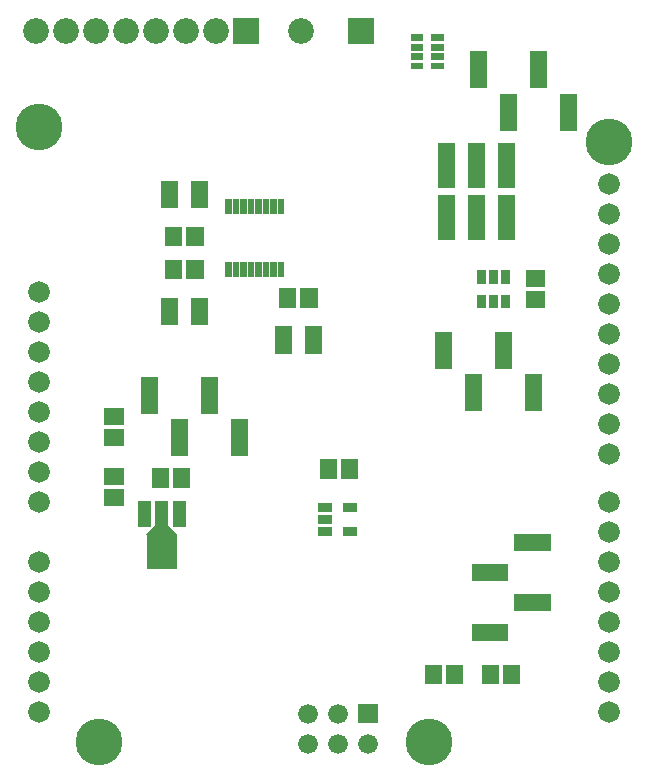
<source format=gbr>
G04 start of page 6 for group -4063 idx -4063 *
G04 Title: (unknown), componentmask *
G04 Creator: pcb 20140316 *
G04 CreationDate: Sun 31 Mar 2019 02:17:40 PM GMT UTC *
G04 For: railfan *
G04 Format: Gerber/RS-274X *
G04 PCB-Dimensions (mil): 2100.00 2700.00 *
G04 PCB-Coordinate-Origin: lower left *
%MOIN*%
%FSLAX25Y25*%
%LNTOPMASK*%
%ADD65R,0.0300X0.0300*%
%ADD64R,0.0225X0.0225*%
%ADD63R,0.0550X0.0550*%
%ADD62R,0.1005X0.1005*%
%ADD61R,0.0438X0.0438*%
%ADD60R,0.0572X0.0572*%
%ADD59R,0.0227X0.0227*%
%ADD58R,0.0560X0.0560*%
%ADD57C,0.0860*%
%ADD56C,0.0001*%
%ADD55C,0.0660*%
%ADD54C,0.1560*%
%ADD53C,0.0720*%
G54D53*X200000Y20000D03*
Y30000D03*
Y40000D03*
Y50000D03*
Y60000D03*
Y70000D03*
G54D54*X140000Y10000D03*
G54D55*X119803Y9449D03*
X109803D03*
X99803D03*
G54D56*G36*
X116503Y22749D02*Y16149D01*
X123103D01*
Y22749D01*
X116503D01*
G37*
G54D55*X109803Y19449D03*
X99803D03*
G54D53*X10000Y130000D03*
Y120000D03*
Y110000D03*
Y100000D03*
Y90000D03*
Y70000D03*
Y60000D03*
Y50000D03*
Y40000D03*
Y30000D03*
Y20000D03*
G54D54*X30000Y10000D03*
G54D53*X200000Y80000D03*
Y90000D03*
Y106000D03*
Y116000D03*
Y126000D03*
Y136000D03*
Y146000D03*
Y156000D03*
Y166000D03*
Y176000D03*
Y186000D03*
Y196000D03*
G54D54*Y210000D03*
G54D53*X10000Y160000D03*
Y150000D03*
Y140000D03*
G54D54*Y215000D03*
G54D57*X59000Y247000D03*
X49000D03*
X39000D03*
X29000D03*
X19000D03*
X9000D03*
G54D56*G36*
X113200Y251300D02*Y242700D01*
X121800D01*
Y251300D01*
X113200D01*
G37*
G36*
X74700D02*Y242700D01*
X83300D01*
Y251300D01*
X74700D01*
G37*
G54D57*X69000Y247000D03*
X97500D03*
G54D58*X156500Y237413D02*Y230760D01*
X186500Y223240D02*Y216587D01*
X176500Y237413D02*Y230760D01*
X166500Y223240D02*Y216587D01*
G54D59*X135217Y244724D02*X137087D01*
X135217Y241575D02*X137087D01*
X135217Y238425D02*X137087D01*
X135217Y235276D02*X137087D01*
X141913D02*X143783D01*
X141913Y238425D02*X143783D01*
X141913Y241575D02*X143783D01*
X141913Y244724D02*X143783D01*
G54D60*X57543Y98393D02*Y97607D01*
G54D61*X56906Y87984D02*Y83890D01*
G54D60*X50457Y98393D02*Y97607D01*
G54D61*X51000Y87984D02*Y76174D01*
G54D62*Y74440D02*Y72550D01*
G54D56*G36*
X52885Y82429D02*X56149Y79165D01*
X54305Y77321D01*
X51041Y80585D01*
X52885Y82429D01*
G37*
G36*
X45851Y79165D02*X49115Y82429D01*
X50959Y80585D01*
X47695Y77321D01*
X45851Y79165D01*
G37*
G54D61*X45094Y87984D02*Y83890D01*
G54D60*X34607Y98543D02*X35393D01*
X34607Y91457D02*X35393D01*
X34607Y111414D02*X35393D01*
X34607Y118500D02*X35393D01*
G54D58*X47000Y128913D02*Y122260D01*
X57000Y114740D02*Y108087D01*
X77000Y114740D02*Y108087D01*
X67000Y128913D02*Y122260D01*
G54D60*X62043Y178893D02*Y178107D01*
X54957Y178893D02*Y178107D01*
G54D63*X63500Y194300D02*Y190700D01*
X53500Y194300D02*Y190700D01*
G54D60*X62043Y167893D02*Y167107D01*
X54957Y167893D02*Y167107D01*
G54D63*X53500Y155300D02*Y151700D01*
G54D64*X78250Y189925D02*Y187075D01*
X75750Y189925D02*Y187075D01*
X73250Y189925D02*Y187075D01*
X78250Y189000D02*Y188000D01*
X75750Y189000D02*Y188000D01*
X73250Y189000D02*Y188000D01*
X85750Y189925D02*Y187075D01*
X83250Y189925D02*Y187075D01*
X80750Y189925D02*Y187075D01*
X85750Y189000D02*Y188000D01*
X83250Y189000D02*Y188000D01*
X80750Y189000D02*Y188000D01*
X73250Y168000D02*Y167000D01*
X75750Y168000D02*Y167000D01*
X78250Y168000D02*Y167000D01*
X80750Y168000D02*Y167000D01*
X83250Y168000D02*Y167000D01*
X85750Y168000D02*Y167000D01*
G54D63*X63500Y155300D02*Y151700D01*
G54D64*X90750Y189925D02*Y187075D01*
Y189000D02*Y188000D01*
X88250Y189925D02*Y187075D01*
Y189000D02*Y188000D01*
X73250Y168925D02*Y166075D01*
X75750Y168925D02*Y166075D01*
X78250Y168925D02*Y166075D01*
X80750Y168925D02*Y166075D01*
X83250Y168925D02*Y166075D01*
X85750Y168925D02*Y166075D01*
X88250Y168925D02*Y166075D01*
Y168000D02*Y167000D01*
X90750Y168925D02*Y166075D01*
Y168000D02*Y167000D01*
G54D65*X112900Y80200D02*X114500D01*
X112900Y88000D02*X114500D01*
X104700D02*X106300D01*
X104700Y84100D02*X106300D01*
X104700Y80200D02*X106300D01*
G54D60*X113543Y101393D02*Y100607D01*
X106457Y101393D02*Y100607D01*
G54D58*X175000Y129740D02*Y123087D01*
X165000Y143913D02*Y137260D01*
X155000Y129740D02*Y123087D01*
G54D60*X175107Y164543D02*X175893D01*
G54D58*X171260Y56500D02*X177913D01*
X171260Y76500D02*X177913D01*
G54D60*X160457Y32893D02*Y32107D01*
X167543Y32893D02*Y32107D01*
X141457Y32893D02*Y32107D01*
X148543Y32893D02*Y32107D01*
G54D63*X101500Y145800D02*Y142200D01*
X91500Y145800D02*Y142200D01*
G54D60*X100043Y158393D02*Y157607D01*
X92957Y158393D02*Y157607D01*
G54D58*X157087Y46500D02*X163740D01*
X157087Y66500D02*X163740D01*
X145000Y143913D02*Y137260D01*
X146000Y189504D02*Y180016D01*
Y206984D02*Y197496D01*
G54D65*X165500Y165800D02*Y164200D01*
X161600Y165800D02*Y164200D01*
X157700Y165800D02*Y164200D01*
Y157600D02*Y156000D01*
X161600Y157600D02*Y156000D01*
X165500Y157600D02*Y156000D01*
G54D60*X175107Y157457D02*X175893D01*
G54D58*X156000Y189504D02*Y180016D01*
X166000Y189504D02*Y180016D01*
Y206984D02*Y197496D01*
X156000Y206984D02*Y197496D01*
M02*

</source>
